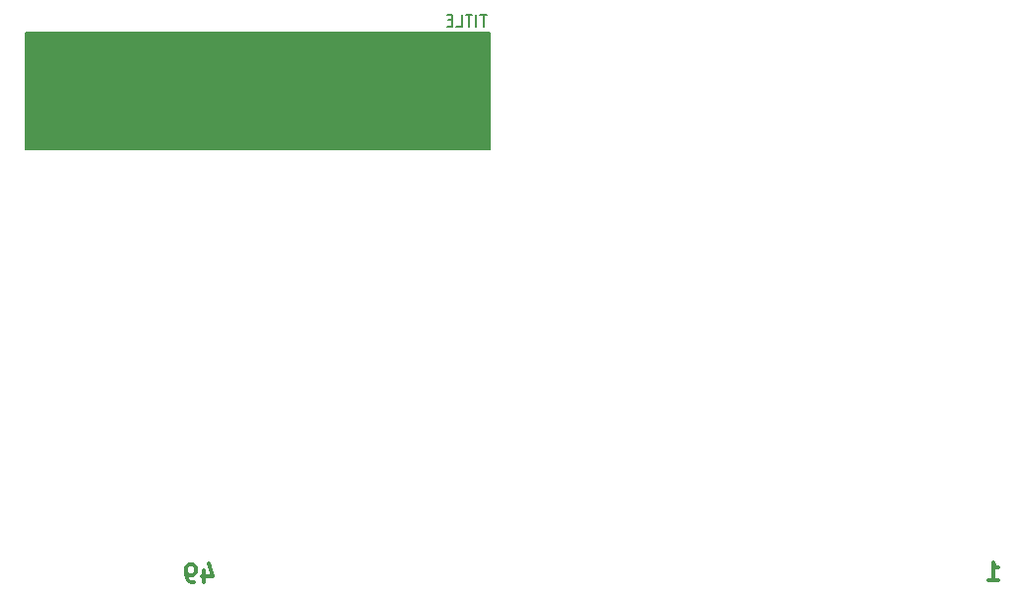
<source format=gbo>
G04 #@! TF.GenerationSoftware,KiCad,Pcbnew,7.0.10*
G04 #@! TF.CreationDate,2024-06-01T12:23:42+09:00*
G04 #@! TF.ProjectId,simple_megarom_cartridge,73696d70-6c65-45f6-9d65-6761726f6d5f,rev?*
G04 #@! TF.SameCoordinates,Original*
G04 #@! TF.FileFunction,Legend,Bot*
G04 #@! TF.FilePolarity,Positive*
%FSLAX46Y46*%
G04 Gerber Fmt 4.6, Leading zero omitted, Abs format (unit mm)*
G04 Created by KiCad (PCBNEW 7.0.10) date 2024-06-01 12:23:42*
%MOMM*%
%LPD*%
G01*
G04 APERTURE LIST*
%ADD10C,0.150000*%
%ADD11C,0.300000*%
G04 APERTURE END LIST*
D10*
X51333500Y-55207000D02*
X91084500Y-55207000D01*
X91084500Y-65240000D01*
X51333500Y-65240000D01*
X51333500Y-55207000D01*
G36*
X51333500Y-55207000D02*
G01*
X91084500Y-55207000D01*
X91084500Y-65240000D01*
X51333500Y-65240000D01*
X51333500Y-55207000D01*
G37*
X90827077Y-53695819D02*
X90255649Y-53695819D01*
X90541363Y-54695819D02*
X90541363Y-53695819D01*
X89922315Y-54695819D02*
X89922315Y-53695819D01*
X89588982Y-53695819D02*
X89017554Y-53695819D01*
X89303268Y-54695819D02*
X89303268Y-53695819D01*
X88208030Y-54695819D02*
X88684220Y-54695819D01*
X88684220Y-54695819D02*
X88684220Y-53695819D01*
X87874696Y-54172009D02*
X87541363Y-54172009D01*
X87398506Y-54695819D02*
X87874696Y-54695819D01*
X87874696Y-54695819D02*
X87874696Y-53695819D01*
X87874696Y-53695819D02*
X87398506Y-53695819D01*
D11*
X66646632Y-101300828D02*
X66646632Y-102300828D01*
X67003774Y-100729400D02*
X67360917Y-101800828D01*
X67360917Y-101800828D02*
X66432346Y-101800828D01*
X65789489Y-102300828D02*
X65503775Y-102300828D01*
X65503775Y-102300828D02*
X65360918Y-102229400D01*
X65360918Y-102229400D02*
X65289489Y-102157971D01*
X65289489Y-102157971D02*
X65146632Y-101943685D01*
X65146632Y-101943685D02*
X65075203Y-101657971D01*
X65075203Y-101657971D02*
X65075203Y-101086542D01*
X65075203Y-101086542D02*
X65146632Y-100943685D01*
X65146632Y-100943685D02*
X65218061Y-100872257D01*
X65218061Y-100872257D02*
X65360918Y-100800828D01*
X65360918Y-100800828D02*
X65646632Y-100800828D01*
X65646632Y-100800828D02*
X65789489Y-100872257D01*
X65789489Y-100872257D02*
X65860918Y-100943685D01*
X65860918Y-100943685D02*
X65932346Y-101086542D01*
X65932346Y-101086542D02*
X65932346Y-101443685D01*
X65932346Y-101443685D02*
X65860918Y-101586542D01*
X65860918Y-101586542D02*
X65789489Y-101657971D01*
X65789489Y-101657971D02*
X65646632Y-101729400D01*
X65646632Y-101729400D02*
X65360918Y-101729400D01*
X65360918Y-101729400D02*
X65218061Y-101657971D01*
X65218061Y-101657971D02*
X65146632Y-101586542D01*
X65146632Y-101586542D02*
X65075203Y-101443685D01*
X133728774Y-102159828D02*
X134585917Y-102159828D01*
X134157346Y-102159828D02*
X134157346Y-100659828D01*
X134157346Y-100659828D02*
X134300203Y-100874114D01*
X134300203Y-100874114D02*
X134443060Y-101016971D01*
X134443060Y-101016971D02*
X134585917Y-101088400D01*
M02*

</source>
